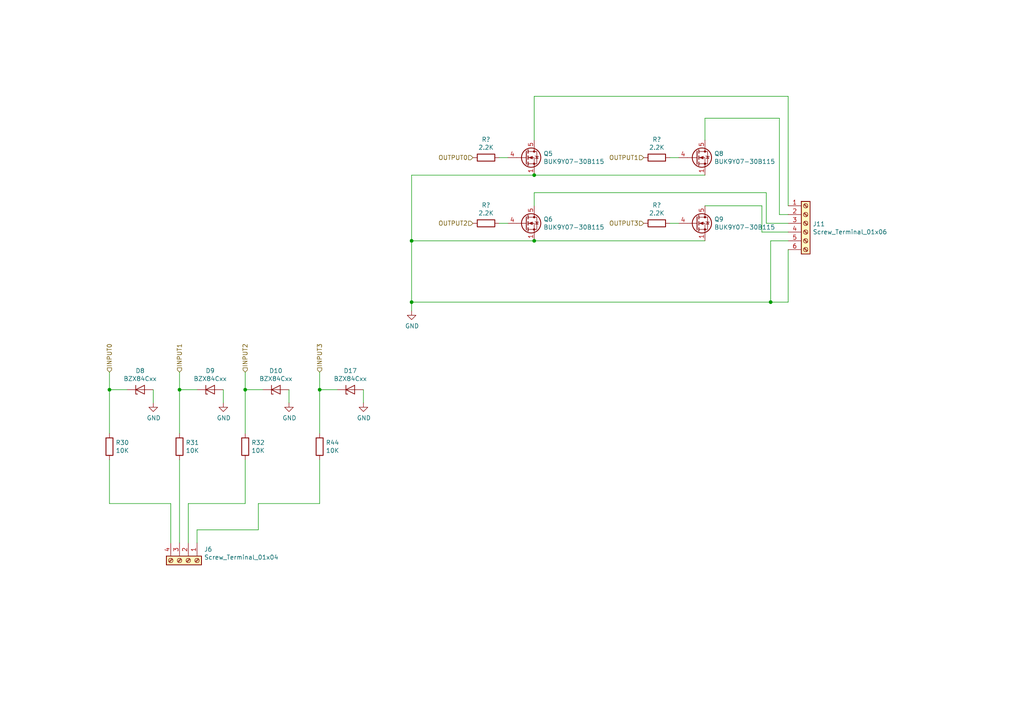
<source format=kicad_sch>
(kicad_sch (version 20231120) (generator "eeschema") (generator_version "8.0")
  (paper "A4")
  (lib_symbols
    (symbol "Connector:Screw_Terminal_01x04" (pin_names (offset 1.016) hide)
      (property "Reference" "J" (at 0 5.08 0))
      (property "Value" "Screw_Terminal_01x04" (at 0 -7.62 0))
      (symbol "Screw_Terminal_01x04_1_1"
        (rectangle (start -1.27 3.81) (end 1.27 -6.35) (stroke (width 0.254)) (fill (type background)))
        (circle (center 0 -5.08) (radius 0.635) (stroke (width 0.1524)))
        (circle (center 0 -2.54) (radius 0.635) (stroke (width 0.1524)))
        (polyline (pts (xy -0.5334 -4.7498) (xy 0.3302 -5.588)) (stroke (width 0.1524)))
        (polyline (pts (xy -0.5334 -2.2098) (xy 0.3302 -3.048)) (stroke (width 0.1524)))
        (polyline (pts (xy -0.5334 0.3302) (xy 0.3302 -0.508)) (stroke (width 0.1524)))
        (polyline (pts (xy -0.5334 2.8702) (xy 0.3302 2.032)) (stroke (width 0.1524)))
        (polyline (pts (xy -0.3556 -4.572) (xy 0.508 -5.4102)) (stroke (width 0.1524)))
        (polyline (pts (xy -0.3556 -2.032) (xy 0.508 -2.8702)) (stroke (width 0.1524)))
        (polyline (pts (xy -0.3556 0.508) (xy 0.508 -0.3302)) (stroke (width 0.1524)))
        (polyline (pts (xy -0.3556 3.048) (xy 0.508 2.2098)) (stroke (width 0.1524)))
        (circle (center 0 0) (radius 0.635) (stroke (width 0.1524)))
        (circle (center 0 2.54) (radius 0.635) (stroke (width 0.1524)))
        (pin passive line (at -5.08 2.54 0) (length 3.81) (name "Pin_1") (number "1"))
        (pin passive line (at -5.08 0 0) (length 3.81) (name "Pin_2") (number "2"))
        (pin passive line (at -5.08 -2.54 0) (length 3.81) (name "Pin_3") (number "3"))
        (pin passive line (at -5.08 -5.08 0) (length 3.81) (name "Pin_4") (number "4"))
      )
    )
    (symbol "Connector:Screw_Terminal_01x06" (pin_names (offset 1.016) hide)
      (property "Reference" "J" (at 0 7.62 0))
      (property "Value" "Screw_Terminal_01x06" (at 0 -10.16 0))
      (symbol "Screw_Terminal_01x06_1_1"
        (rectangle (start -1.27 6.35) (end 1.27 -8.89) (stroke (width 0.254)) (fill (type background)))
        (circle (center 0 -7.62) (radius 0.635) (stroke (width 0.1524)))
        (circle (center 0 -5.08) (radius 0.635) (stroke (width 0.1524)))
        (circle (center 0 -2.54) (radius 0.635) (stroke (width 0.1524)))
        (polyline (pts (xy -0.5334 -7.2898) (xy 0.3302 -8.128)) (stroke (width 0.1524)))
        (polyline (pts (xy -0.5334 -4.7498) (xy 0.3302 -5.588)) (stroke (width 0.1524)))
        (polyline (pts (xy -0.5334 -2.2098) (xy 0.3302 -3.048)) (stroke (width 0.1524)))
        (polyline (pts (xy -0.5334 0.3302) (xy 0.3302 -0.508)) (stroke (width 0.1524)))
        (polyline (pts (xy -0.5334 2.8702) (xy 0.3302 2.032)) (stroke (width 0.1524)))
        (polyline (pts (xy -0.5334 5.4102) (xy 0.3302 4.572)) (stroke (width 0.1524)))
        (polyline (pts (xy -0.3556 -7.112) (xy 0.508 -7.9502)) (stroke (width 0.1524)))
        (polyline (pts (xy -0.3556 -4.572) (xy 0.508 -5.4102)) (stroke (width 0.1524)))
        (polyline (pts (xy -0.3556 -2.032) (xy 0.508 -2.8702)) (stroke (width 0.1524)))
        (polyline (pts (xy -0.3556 0.508) (xy 0.508 -0.3302)) (stroke (width 0.1524)))
        (polyline (pts (xy -0.3556 3.048) (xy 0.508 2.2098)) (stroke (width 0.1524)))
        (polyline (pts (xy -0.3556 5.588) (xy 0.508 4.7498)) (stroke (width 0.1524)))
        (circle (center 0 0) (radius 0.635) (stroke (width 0.1524)))
        (circle (center 0 2.54) (radius 0.635) (stroke (width 0.1524)))
        (circle (center 0 5.08) (radius 0.635) (stroke (width 0.1524)))
        (pin passive line (at -5.08 5.08 0) (length 3.81) (name "Pin_1") (number "1"))
        (pin passive line (at -5.08 2.54 0) (length 3.81) (name "Pin_2") (number "2"))
        (pin passive line (at -5.08 0 0) (length 3.81) (name "Pin_3") (number "3"))
        (pin passive line (at -5.08 -2.54 0) (length 3.81) (name "Pin_4") (number "4"))
        (pin passive line (at -5.08 -5.08 0) (length 3.81) (name "Pin_5") (number "5"))
        (pin passive line (at -5.08 -7.62 0) (length 3.81) (name "Pin_6") (number "6"))
      )
    )
    (symbol "Device:R" (pin_numbers hide) (pin_names (offset 0))
      (property "Reference" "R" (at 2.032 0 90))
      (property "Value" "R" (at 0 0 90))
      (symbol "R_0_1"
        (rectangle (start -1.016 -2.54) (end 1.016 2.54) (stroke (width 0.254)))
      )
      (symbol "R_1_1"
        (pin passive line (at 0 3.81 270) (length 1.27) (name "~") (number "1"))
        (pin passive line (at 0 -3.81 90) (length 1.27) (name "~") (number "2"))
      )
    )
    (symbol "ETH OPAMP DCMI FSMC CAN ENCODER CS1000-rescue:BZX84Cxx-Diode" (pin_numbers hide) (pin_names (offset 1.016) hide)
      (property "Reference" "D" (at 0 2.54 0))
      (property "Value" "Diode_BZX84Cxx" (at 0 -2.54 0))
      (symbol "BZX84Cxx-Diode_0_1"
        (polyline (pts (xy 1.27 0) (xy -1.27 0)))
        (polyline (pts (xy -1.27 -1.27) (xy -1.27 1.27) (xy -0.762 1.27)) (stroke (width 0.2032)))
        (polyline (pts (xy 1.27 -1.27) (xy 1.27 1.27) (xy -1.27 0) (xy 1.27 -1.27)) (stroke (width 0.2032)))
      )
      (symbol "BZX84Cxx-Diode_1_1"
        (pin passive line (at -3.81 0 0) (length 2.54) (name "K") (number "1"))
        (pin passive line (at 3.81 0 180) (length 2.54) (name "A") (number "2"))
      )
    )
    (symbol "ETH OPAMP DCMI FSMC CAN ENCODER CS1000-rescue:GND-power" (power) (pin_names (offset 0))
      (property "Value" "power_GND" (at 0 -3.81 0))
      (symbol "GND-power_0_1"
        (polyline (pts (xy 0 0) (xy 0 -1.27) (xy 1.27 -1.27) (xy 0 -2.54) (xy -1.27 -1.27) (xy 0 -1.27)))
      )
      (symbol "GND-power_1_1"
        (pin power_in line (at 0 0 270) (length 0) hide (name "GND") (number "1"))
      )
    )
    (symbol "Transistor_FET:BUK7M10-40EX" (pin_names hide)
      (property "Reference" "Q" (at 5.08 1.905 0))
      (property "Value" "BUK7M10-40EX" (at 5.08 0 0))
      (symbol "BUK7M10-40EX_0_1"
        (polyline (pts (xy 0.254 0) (xy -2.54 0)))
        (polyline (pts (xy 0.254 1.905) (xy 0.254 -1.905)) (stroke (width 0.254)))
        (polyline (pts (xy 0.762 -1.27) (xy 0.762 -2.286)) (stroke (width 0.254)))
        (polyline (pts (xy 0.762 0.508) (xy 0.762 -0.508)) (stroke (width 0.254)))
        (polyline (pts (xy 0.762 2.286) (xy 0.762 1.27)) (stroke (width 0.254)))
        (polyline (pts (xy 2.54 2.54) (xy 2.54 1.778)))
        (polyline (pts (xy 2.54 -2.54) (xy 2.54 0) (xy 0.762 0)))
        (polyline (pts (xy 0.762 -1.778) (xy 3.302 -1.778) (xy 3.302 1.778) (xy 0.762 1.778)))
        (polyline (pts (xy 1.016 0) (xy 2.032 0.381) (xy 2.032 -0.381) (xy 1.016 0)) (fill (type outline)))
        (polyline (pts (xy 2.794 0.508) (xy 2.921 0.381) (xy 3.683 0.381) (xy 3.81 0.254)))
        (polyline (pts (xy 3.302 0.381) (xy 2.921 -0.254) (xy 3.683 -0.254) (xy 3.302 0.381)))
        (circle (center 1.651 0) (radius 2.794) (stroke (width 0.254)))
        (circle (center 2.54 -1.778) (radius 0.254) (fill (type outline)))
        (circle (center 2.54 1.778) (radius 0.254) (fill (type outline)))
      )
      (symbol "BUK7M10-40EX_1_1"
        (pin passive line (at 2.54 -5.08 90) (length 2.54) (name "S") (number "1"))
        (pin passive line (at 2.54 -5.08 90) (length 2.54) hide (name "S") (number "2"))
        (pin passive line (at 2.54 -5.08 90) (length 2.54) hide (name "S") (number "3"))
        (pin passive line (at -5.08 0 0) (length 2.54) (name "G") (number "4"))
        (pin passive line (at 2.54 5.08 270) (length 2.54) (name "D") (number "5"))
      )
    )
  )
  (junction (at 71.12 113.03))
  (junction (at 154.94 69.85))
  (junction (at 52.07 113.03))
  (junction (at 154.94 50.8))
  (junction (at 92.71 113.03))
  (junction (at 119.38 69.85))
  (junction (at 223.52 87.63))
  (junction (at 119.38 87.63))
  (junction (at 31.75 113.03))
  (wire (pts (xy 92.71 107.95) (xy 92.71 113.03)))
  (wire (pts (xy 228.6 69.85) (xy 223.52 69.85)))
  (wire (pts (xy 222.25 64.77) (xy 222.25 55.88)))
  (wire (pts (xy 154.94 50.8) (xy 119.38 50.8)))
  (wire (pts (xy 228.6 27.94) (xy 154.94 27.94)))
  (wire (pts (xy 31.75 113.03) (xy 31.75 125.73)))
  (wire (pts (xy 154.94 69.85) (xy 119.38 69.85)))
  (wire (pts (xy 52.07 133.35) (xy 52.07 157.48)))
  (wire (pts (xy 194.31 45.72) (xy 196.85 45.72)))
  (wire (pts (xy 223.52 87.63) (xy 228.6 87.63)))
  (wire (pts (xy 204.47 40.64) (xy 204.47 34.29)))
  (wire (pts (xy 228.6 59.69) (xy 228.6 27.94)))
  (wire (pts (xy 31.75 146.05) (xy 31.75 133.35)))
  (wire (pts (xy 52.07 113.03) (xy 52.07 125.73)))
  (wire (pts (xy 222.25 55.88) (xy 154.94 55.88)))
  (wire (pts (xy 71.12 107.95) (xy 71.12 113.03)))
  (wire (pts (xy 228.6 72.39) (xy 228.6 87.63)))
  (wire (pts (xy 119.38 50.8) (xy 119.38 69.85)))
  (wire (pts (xy 49.53 146.05) (xy 31.75 146.05)))
  (wire (pts (xy 71.12 113.03) (xy 71.12 125.73)))
  (wire (pts (xy 226.06 34.29) (xy 226.06 62.23)))
  (wire (pts (xy 105.41 116.84) (xy 105.41 113.03)))
  (wire (pts (xy 220.98 67.31) (xy 228.6 67.31)))
  (wire (pts (xy 54.61 157.48) (xy 54.61 146.05)))
  (wire (pts (xy 76.2 113.03) (xy 71.12 113.03)))
  (wire (pts (xy 223.52 69.85) (xy 223.52 87.63)))
  (wire (pts (xy 97.79 113.03) (xy 92.71 113.03)))
  (wire (pts (xy 204.47 50.8) (xy 154.94 50.8)))
  (wire (pts (xy 154.94 27.94) (xy 154.94 40.64)))
  (wire (pts (xy 204.47 59.69) (xy 220.98 59.69)))
  (wire (pts (xy 36.83 113.03) (xy 31.75 113.03)))
  (wire (pts (xy 92.71 146.05) (xy 92.71 133.35)))
  (wire (pts (xy 119.38 69.85) (xy 119.38 87.63)))
  (wire (pts (xy 83.82 116.84) (xy 83.82 113.03)))
  (wire (pts (xy 44.45 116.84) (xy 44.45 113.03)))
  (wire (pts (xy 228.6 64.77) (xy 222.25 64.77)))
  (wire (pts (xy 31.75 107.95) (xy 31.75 113.03)))
  (wire (pts (xy 194.31 64.77) (xy 196.85 64.77)))
  (wire (pts (xy 52.07 107.95) (xy 52.07 113.03)))
  (wire (pts (xy 154.94 55.88) (xy 154.94 59.69)))
  (wire (pts (xy 49.53 157.48) (xy 49.53 146.05)))
  (wire (pts (xy 92.71 146.05) (xy 74.93 146.05)))
  (wire (pts (xy 74.93 146.05) (xy 74.93 153.67)))
  (wire (pts (xy 226.06 62.23) (xy 228.6 62.23)))
  (wire (pts (xy 119.38 87.63) (xy 119.38 90.17)))
  (wire (pts (xy 64.77 116.84) (xy 64.77 113.03)))
  (wire (pts (xy 144.78 45.72) (xy 147.32 45.72)))
  (wire (pts (xy 71.12 146.05) (xy 71.12 133.35)))
  (wire (pts (xy 220.98 59.69) (xy 220.98 67.31)))
  (wire (pts (xy 74.93 153.67) (xy 57.15 153.67)))
  (wire (pts (xy 54.61 146.05) (xy 71.12 146.05)))
  (wire (pts (xy 119.38 87.63) (xy 223.52 87.63)))
  (wire (pts (xy 204.47 34.29) (xy 226.06 34.29)))
  (wire (pts (xy 154.94 69.85) (xy 204.47 69.85)))
  (wire (pts (xy 57.15 113.03) (xy 52.07 113.03)))
  (wire (pts (xy 92.71 113.03) (xy 92.71 125.73)))
  (wire (pts (xy 144.78 64.77) (xy 147.32 64.77)))
  (wire (pts (xy 57.15 153.67) (xy 57.15 157.48)))
  (hierarchical_label "INPUT2" (shape input) (at 71.12 107.95 90))
  (hierarchical_label "OUTPUT1" (shape input) (at 186.69 45.72 180))
  (hierarchical_label "INPUT0" (shape input) (at 31.75 107.95 90))
  (hierarchical_label "OUTPUT3" (shape input) (at 186.69 64.77 180))
  (hierarchical_label "OUTPUT2" (shape input) (at 137.16 64.77 180))
  (hierarchical_label "OUTPUT0" (shape input) (at 137.16 45.72 180))
  (hierarchical_label "INPUT3" (shape input) (at 92.71 107.95 90))
  (hierarchical_label "INPUT1" (shape input) (at 52.07 107.95 90))
  (symbol (lib_id "Device:R") (at 31.75 129.54 0) (unit 1)
    (property "Reference" "R30" (at 33.528 128.3716 0) (effects (justify left)))
    (property "Value" "10K" (at 33.528 130.683 0) (effects (justify left)))
    (property "Footprint" "Resistor_SMD:R_0603_1608Metric" (effects (hide yes)))
    (property "Datasheet" "71-CRCW060310K0JNEAC" (effects (hide yes)))
    (instances (project "" (path "" (reference "R30") (unit 1)) (path "" (reference "R?") (unit 1))))
  )
  (symbol (lib_id "ETH OPAMP DCMI FSMC CAN ENCODER CS1000-rescue:BZX84Cxx-Diode") (at 40.64 113.03 0) (mirror x) (unit 1)
    (property "Reference" "D8" (at 40.64 107.5436 0))
    (property "Value" "BZX84Cxx" (at 40.64 109.855 0))
    (property "Footprint" "Diode_SMD:D_SOT-23_ANK" (effects (hide yes)))
    (property "Datasheet" "863-BZX84C3V6LT1G" (effects (hide yes)))
    (instances (project "" (path "" (reference "D8") (unit 1)) (path "" (reference "D?") (unit 1))))
  )
  (symbol (lib_id "ETH OPAMP DCMI FSMC CAN ENCODER CS1000-rescue:GND-power") (at 44.45 116.84 0) (unit 1)
    (property "Reference" "#PWR049" (effects (hide yes)))
    (property "Value" "GND" (at 44.577 121.2342 0))
    (instances (project "" (path "" (reference "#PWR049") (unit 1)) (path "" (reference "#PWR?") (unit 1))))
  )
  (symbol (lib_id "Device:R") (at 52.07 129.54 0) (unit 1)
    (property "Reference" "R31" (at 53.848 128.3716 0) (effects (justify left)))
    (property "Value" "10K" (at 53.848 130.683 0) (effects (justify left)))
    (property "Footprint" "Resistor_SMD:R_0603_1608Metric" (effects (hide yes)))
    (property "Datasheet" "71-CRCW060310K0JNEAC" (effects (hide yes)))
    (instances (project "" (path "" (reference "R31") (unit 1)) (path "" (reference "R?") (unit 1))))
  )
  (symbol (lib_id "ETH OPAMP DCMI FSMC CAN ENCODER CS1000-rescue:BZX84Cxx-Diode") (at 60.96 113.03 0) (mirror x) (unit 1)
    (property "Reference" "D9" (at 60.96 107.5436 0))
    (property "Value" "BZX84Cxx" (at 60.96 109.855 0))
    (property "Footprint" "Diode_SMD:D_SOT-23_ANK" (effects (hide yes)))
    (property "Datasheet" "863-BZX84C3V6LT1G" (effects (hide yes)))
    (instances (project "" (path "" (reference "D9") (unit 1)) (path "" (reference "D?") (unit 1))))
  )
  (symbol (lib_id "ETH OPAMP DCMI FSMC CAN ENCODER CS1000-rescue:GND-power") (at 64.77 116.84 0) (unit 1)
    (property "Reference" "#PWR050" (effects (hide yes)))
    (property "Value" "GND" (at 64.897 121.2342 0))
    (instances (project "" (path "" (reference "#PWR050") (unit 1)) (path "" (reference "#PWR?") (unit 1))))
  )
  (symbol (lib_id "Device:R") (at 71.12 129.54 0) (unit 1)
    (property "Reference" "R32" (at 72.898 128.3716 0) (effects (justify left)))
    (property "Value" "10K" (at 72.898 130.683 0) (effects (justify left)))
    (property "Footprint" "Resistor_SMD:R_0603_1608Metric" (effects (hide yes)))
    (property "Datasheet" "71-CRCW060310K0JNEAC" (effects (hide yes)))
    (instances (project "" (path "" (reference "R32") (unit 1)) (path "" (reference "R?") (unit 1))))
  )
  (symbol (lib_id "ETH OPAMP DCMI FSMC CAN ENCODER CS1000-rescue:BZX84Cxx-Diode") (at 80.01 113.03 0) (mirror x) (unit 1)
    (property "Reference" "D10" (at 80.01 107.5436 0))
    (property "Value" "BZX84Cxx" (at 80.01 109.855 0))
    (property "Footprint" "Diode_SMD:D_SOT-23_ANK" (effects (hide yes)))
    (property "Datasheet" "863-BZX84C3V6LT1G" (effects (hide yes)))
    (instances (project "" (path "" (reference "D10") (unit 1)) (path "" (reference "D?") (unit 1))))
  )
  (symbol (lib_id "ETH OPAMP DCMI FSMC CAN ENCODER CS1000-rescue:GND-power") (at 83.82 116.84 0) (unit 1)
    (property "Reference" "#PWR051" (effects (hide yes)))
    (property "Value" "GND" (at 83.947 121.2342 0))
    (instances (project "" (path "" (reference "#PWR051") (unit 1)) (path "" (reference "#PWR?") (unit 1))))
  )
  (symbol (lib_id "Transistor_FET:BUK7M10-40EX") (at 152.4 45.72 0) (unit 1)
    (property "Reference" "Q5" (at 157.607 44.5516 0) (effects (justify left)))
    (property "Value" "BUK9Y07-30B115" (at 157.607 46.863 0) (effects (justify left)))
    (property "Footprint" "Package_TO_SOT_SMD:LFPAK56" (effects (hide yes)))
    (property "Datasheet" "771-BUK9Y07-30B115" (effects (hide yes)))
  )
  (symbol (lib_id "Device:R") (at 140.97 45.72 90) (unit 1)
    (property "Reference" "R?" (at 140.97 40.4622 90))
    (property "Value" "2.2K" (at 140.97 42.7736 90))
    (property "Footprint" "Resistor_SMD:R_0603_1608Metric" (effects (hide yes)))
    (property "Datasheet" "71-CRCW06032K20FKEAC" (effects (hide yes)))
    (instances (project "" (path "" (reference "R?") (unit 1)) (path "" (reference "R?") (unit 1)) (path "" (reference "R33") (unit 1)) (path "" (reference "R?") (unit 1))))
  )
  (symbol (lib_id "Transistor_FET:BUK7M10-40EX") (at 201.93 45.72 0) (unit 1)
    (property "Reference" "Q8" (at 207.137 44.5516 0) (effects (justify left)))
    (property "Value" "BUK9Y07-30B115" (at 207.137 46.863 0) (effects (justify left)))
    (property "Footprint" "Package_TO_SOT_SMD:LFPAK56" (effects (hide yes)))
    (property "Datasheet" "771-BUK9Y07-30B115" (effects (hide yes)))
  )
  (symbol (lib_id "Device:R") (at 190.5 45.72 90) (unit 1)
    (property "Reference" "R?" (at 190.5 40.4622 90))
    (property "Value" "2.2K" (at 190.5 42.7736 90))
    (property "Footprint" "Resistor_SMD:R_0603_1608Metric" (effects (hide yes)))
    (property "Datasheet" "71-CRCW06032K20FKEAC" (effects (hide yes)))
    (instances (project "" (path "" (reference "R?") (unit 1)) (path "" (reference "R?") (unit 1)) (path "" (reference "R36") (unit 1)) (path "" (reference "R?") (unit 1))))
  )
  (symbol (lib_id "Transistor_FET:BUK7M10-40EX") (at 152.4 64.77 0) (unit 1)
    (property "Reference" "Q6" (at 157.607 63.6016 0) (effects (justify left)))
    (property "Value" "BUK9Y07-30B115" (at 157.607 65.913 0) (effects (justify left)))
    (property "Footprint" "Package_TO_SOT_SMD:LFPAK56" (effects (hide yes)))
    (property "Datasheet" "771-BUK9Y07-30B115" (effects (hide yes)))
  )
  (symbol (lib_id "Device:R") (at 140.97 64.77 90) (unit 1)
    (property "Reference" "R?" (at 140.97 59.5122 90))
    (property "Value" "2.2K" (at 140.97 61.8236 90))
    (property "Footprint" "Resistor_SMD:R_0603_1608Metric" (effects (hide yes)))
    (property "Datasheet" "71-CRCW06032K20FKEAC" (effects (hide yes)))
    (instances (project "" (path "" (reference "R?") (unit 1)) (path "" (reference "R?") (unit 1)) (path "" (reference "R34") (unit 1)) (path "" (reference "R?") (unit 1))))
  )
  (symbol (lib_id "Transistor_FET:BUK7M10-40EX") (at 201.93 64.77 0) (unit 1)
    (property "Reference" "Q9" (at 207.137 63.6016 0) (effects (justify left)))
    (property "Value" "BUK9Y07-30B115" (at 207.137 65.913 0) (effects (justify left)))
    (property "Footprint" "Package_TO_SOT_SMD:LFPAK56" (effects (hide yes)))
    (property "Datasheet" "771-BUK9Y07-30B115" (effects (hide yes)))
  )
  (symbol (lib_id "Device:R") (at 190.5 64.77 90) (unit 1)
    (property "Reference" "R?" (at 190.5 59.5122 90))
    (property "Value" "2.2K" (at 190.5 61.8236 90))
    (property "Footprint" "Resistor_SMD:R_0603_1608Metric" (effects (hide yes)))
    (property "Datasheet" "71-CRCW06032K20FKEAC" (effects (hide yes)))
    (instances (project "" (path "" (reference "R?") (unit 1)) (path "" (reference "R?") (unit 1)) (path "" (reference "R37") (unit 1)) (path "" (reference "R?") (unit 1))))
  )
  (symbol (lib_id "ETH OPAMP DCMI FSMC CAN ENCODER CS1000-rescue:GND-power") (at 119.38 90.17 0) (unit 1)
    (property "Reference" "#PWR052" (effects (hide yes)))
    (property "Value" "GND" (at 119.507 94.5642 0))
  )
  (symbol (lib_id "Connector:Screw_Terminal_01x06") (at 233.68 64.77 0) (unit 1)
    (property "Reference" "J11" (at 235.712 64.9732 0) (effects (justify left)))
    (property "Value" "Screw_Terminal_01x06" (at 235.712 67.2846 0) (effects (justify left)))
    (property "Footprint" "TerminalBlock_Phoenix:TerminalBlock_Phoenix_MKDS-1,5-6_1x06_P5.00mm_Horizontal" (effects (hide yes)))
    (property "Datasheet" "651-1935200" (effects (hide yes)))
  )
  (symbol (lib_id "Connector:Screw_Terminal_01x04") (at 54.61 162.56 270) (unit 1)
    (property "Reference" "J6" (at 59.182 159.3342 90) (effects (justify left)))
    (property "Value" "Screw_Terminal_01x04" (at 59.182 161.6456 90) (effects (justify left)))
    (property "Footprint" "TerminalBlock_Phoenix:TerminalBlock_Phoenix_MKDS-1,5-4_1x04_P5.00mm_Horizontal" (effects (hide yes)))
    (property "Datasheet" "651-1935187" (effects (hide yes)))
  )
  (symbol (lib_id "Device:R") (at 92.71 129.54 0) (unit 1)
    (property "Reference" "R44" (at 94.488 128.3716 0) (effects (justify left)))
    (property "Value" "10K" (at 94.488 130.683 0) (effects (justify left)))
    (property "Footprint" "Resistor_SMD:R_0603_1608Metric" (effects (hide yes)))
    (property "Datasheet" "71-CRCW060310K0JNEAC" (effects (hide yes)))
    (instances (project "" (path "" (reference "R44") (unit 1)) (path "" (reference "R?") (unit 1))))
  )
  (symbol (lib_id "ETH OPAMP DCMI FSMC CAN ENCODER CS1000-rescue:BZX84Cxx-Diode") (at 101.6 113.03 0) (mirror x) (unit 1)
    (property "Reference" "D17" (at 101.6 107.5436 0))
    (property "Value" "BZX84Cxx" (at 101.6 109.855 0))
    (property "Footprint" "Diode_SMD:D_SOT-23_ANK" (effects (hide yes)))
    (property "Datasheet" "863-BZX84C3V6LT1G" (effects (hide yes)))
    (instances (project "" (path "" (reference "D17") (unit 1)) (path "" (reference "D?") (unit 1))))
  )
  (symbol (lib_id "ETH OPAMP DCMI FSMC CAN ENCODER CS1000-rescue:GND-power") (at 105.41 116.84 0) (unit 1)
    (property "Reference" "#PWR039" (effects (hide yes)))
    (property "Value" "GND" (at 105.537 121.2342 0))
    (instances (project "" (path "" (reference "#PWR039") (unit 1)) (path "" (reference "#PWR?") (unit 1))))
  )
)
</source>
